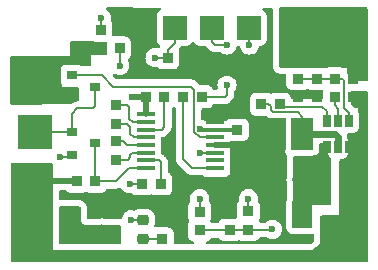
<source format=gbr>
%TF.GenerationSoftware,KiCad,Pcbnew,(6.99.0-2635-gfc1afa6298)*%
%TF.CreationDate,2022-08-07T14:50:01-07:00*%
%TF.ProjectId,seatalk_wifi,73656174-616c-46b5-9f77-6966692e6b69,rev?*%
%TF.SameCoordinates,Original*%
%TF.FileFunction,Copper,L1,Top*%
%TF.FilePolarity,Positive*%
%FSLAX46Y46*%
G04 Gerber Fmt 4.6, Leading zero omitted, Abs format (unit mm)*
G04 Created by KiCad (PCBNEW (6.99.0-2635-gfc1afa6298)) date 2022-08-07 14:50:01*
%MOMM*%
%LPD*%
G01*
G04 APERTURE LIST*
G04 Aperture macros list*
%AMRoundRect*
0 Rectangle with rounded corners*
0 $1 Rounding radius*
0 $2 $3 $4 $5 $6 $7 $8 $9 X,Y pos of 4 corners*
0 Add a 4 corners polygon primitive as box body*
4,1,4,$2,$3,$4,$5,$6,$7,$8,$9,$2,$3,0*
0 Add four circle primitives for the rounded corners*
1,1,$1+$1,$2,$3*
1,1,$1+$1,$4,$5*
1,1,$1+$1,$6,$7*
1,1,$1+$1,$8,$9*
0 Add four rect primitives between the rounded corners*
20,1,$1+$1,$2,$3,$4,$5,0*
20,1,$1+$1,$4,$5,$6,$7,0*
20,1,$1+$1,$6,$7,$8,$9,0*
20,1,$1+$1,$8,$9,$2,$3,0*%
G04 Aperture macros list end*
%TA.AperFunction,SMDPad,CuDef*%
%ADD10R,0.875000X0.950000*%
%TD*%
%TA.AperFunction,SMDPad,CuDef*%
%ADD11RoundRect,0.218750X0.256250X-0.218750X0.256250X0.218750X-0.256250X0.218750X-0.256250X-0.218750X0*%
%TD*%
%TA.AperFunction,SMDPad,CuDef*%
%ADD12R,0.950000X0.875000*%
%TD*%
%TA.AperFunction,SMDPad,CuDef*%
%ADD13R,1.850000X2.800000*%
%TD*%
%TA.AperFunction,SMDPad,CuDef*%
%ADD14R,3.000000X3.000000*%
%TD*%
%TA.AperFunction,SMDPad,CuDef*%
%ADD15R,0.900000X0.800000*%
%TD*%
%TA.AperFunction,SMDPad,CuDef*%
%ADD16R,1.500000X0.450000*%
%TD*%
%TA.AperFunction,SMDPad,CuDef*%
%ADD17R,1.150000X1.400000*%
%TD*%
%TA.AperFunction,SMDPad,CuDef*%
%ADD18R,1.250000X1.750000*%
%TD*%
%TA.AperFunction,SMDPad,CuDef*%
%ADD19R,0.650000X1.060000*%
%TD*%
%TA.AperFunction,SMDPad,CuDef*%
%ADD20R,2.000000X2.000000*%
%TD*%
%TA.AperFunction,ViaPad*%
%ADD21C,0.600000*%
%TD*%
%TA.AperFunction,Conductor*%
%ADD22C,0.350000*%
%TD*%
%TA.AperFunction,Conductor*%
%ADD23C,0.200000*%
%TD*%
%TA.AperFunction,Conductor*%
%ADD24C,0.500000*%
%TD*%
%TA.AperFunction,Conductor*%
%ADD25C,0.600000*%
%TD*%
G04 APERTURE END LIST*
D10*
%TO.P,R4,1*%
%TO.N,/12VFB*%
X151012499Y-95249999D03*
%TO.P,R4,2*%
%TO.N,GND*%
X152587499Y-95249999D03*
%TD*%
D11*
%TO.P,D1,1,A*%
%TO.N,Net-(D1-A)*%
X134800000Y-108787500D03*
%TO.P,D1,2,K*%
%TO.N,/LED*%
X134800000Y-107212500D03*
%TD*%
D10*
%TO.P,R10,1*%
%TO.N,+12V*%
X152587499Y-96809999D03*
%TO.P,R10,2*%
%TO.N,/SW_EN*%
X151012499Y-96809999D03*
%TD*%
D12*
%TO.P,C7,1*%
%TO.N,+3V3*%
X149499999Y-96827499D03*
%TO.P,C7,2*%
%TO.N,/12VFB*%
X149499999Y-95252499D03*
%TD*%
D13*
%TO.P,L1,1,1*%
%TO.N,+3V3*%
X145952199Y-99913299D03*
%TO.P,L1,2,2*%
%TO.N,/SW*%
X148252199Y-99913299D03*
%TD*%
D12*
%TO.P,C9,1*%
%TO.N,/C2P*%
X132486399Y-100532999D03*
%TO.P,C9,2*%
%TO.N,/C2M*%
X132486399Y-102107999D03*
%TD*%
D14*
%TO.P,MK5,1,1*%
%TO.N,/SEATALK1*%
X125628399Y-99771199D03*
%TD*%
D15*
%TO.P,Q1,1,G*%
%TO.N,/TXD*%
X128768599Y-94960399D03*
%TO.P,Q1,2,S*%
%TO.N,GND*%
X128768599Y-96860399D03*
%TO.P,Q1,3,D*%
%TO.N,/SEATALK1*%
X130768599Y-95910399D03*
%TD*%
D12*
%TO.P,R2,1*%
%TO.N,+3V3*%
X136399999Y-107212499D03*
%TO.P,R2,2*%
%TO.N,Net-(D1-A)*%
X136399999Y-108787499D03*
%TD*%
D14*
%TO.P,MK8,1,1*%
%TO.N,GND*%
X125577599Y-95656399D03*
%TD*%
D12*
%TO.P,C1,1*%
%TO.N,/~{RST}*%
X143699999Y-108037499D03*
%TO.P,C1,2*%
%TO.N,GND*%
X143699999Y-106462499D03*
%TD*%
D16*
%TO.P,U3,1,~{EN}*%
%TO.N,GND*%
X135022799Y-98258199D03*
%TO.P,U3,2,C1+*%
%TO.N,/C1P*%
X135022799Y-98908199D03*
%TO.P,U3,3,V+*%
%TO.N,/VP*%
X135022799Y-99558199D03*
%TO.P,U3,4,C1-*%
%TO.N,/C1M*%
X135022799Y-100208199D03*
%TO.P,U3,5,C2+*%
%TO.N,/C2P*%
X135022799Y-100858199D03*
%TO.P,U3,6,C2-*%
%TO.N,/C2M*%
X135022799Y-101508199D03*
%TO.P,U3,7,V-*%
%TO.N,/VM*%
X135022799Y-102158199D03*
%TO.P,U3,8,RIN*%
%TO.N,/RXD*%
X135022799Y-102808199D03*
%TO.P,U3,9,ROUT*%
%TO.N,/ROUT*%
X140922799Y-102808199D03*
%TO.P,U3,10,~{INVALID}*%
%TO.N,unconnected-(U3-~{INVALID})*%
X140922799Y-102158199D03*
%TO.P,U3,11,DIN*%
%TO.N,Net-(U2-GPIO14)*%
X140922799Y-101508199D03*
%TO.P,U3,12,FORCEON*%
%TO.N,+3V3*%
X140922799Y-100858199D03*
%TO.P,U3,13,DOUT*%
%TO.N,/TXD*%
X140922799Y-100208199D03*
%TO.P,U3,14,GND*%
%TO.N,GND*%
X140922799Y-99558199D03*
%TO.P,U3,15,VCC*%
%TO.N,+3V3*%
X140922799Y-98908199D03*
%TO.P,U3,16,~{FORCEOFF}*%
X140922799Y-98258199D03*
%TD*%
D17*
%TO.P,C5,1*%
%TO.N,+3V3*%
X146419999Y-104749999D03*
%TO.P,C5,2*%
%TO.N,GND*%
X148119999Y-104749999D03*
%TD*%
D12*
%TO.P,R11,1*%
%TO.N,/~{RST}*%
X139599999Y-108087499D03*
%TO.P,R11,2*%
%TO.N,Net-(U2-GPIO16)*%
X139599999Y-106512499D03*
%TD*%
D10*
%TO.P,R8,1*%
%TO.N,/UART0_RXD*%
X139776299Y-96773999D03*
%TO.P,R8,2*%
%TO.N,/ROUT*%
X138201299Y-96773999D03*
%TD*%
D18*
%TO.P,C6,1*%
%TO.N,+12V*%
X152723199Y-103513999D03*
%TO.P,C6,2*%
%TO.N,GND*%
X149923199Y-103513999D03*
%TD*%
D10*
%TO.P,C13,1*%
%TO.N,/BST*%
X146387499Y-97409999D03*
%TO.P,C13,2*%
%TO.N,/SW*%
X144812499Y-97409999D03*
%TD*%
%TO.P,R6,1*%
%TO.N,/GPIO15*%
X132816699Y-92659199D03*
%TO.P,R6,2*%
%TO.N,GND*%
X131241699Y-92659199D03*
%TD*%
D12*
%TO.P,C8,1*%
%TO.N,/C1P*%
X132486399Y-97485099D03*
%TO.P,C8,2*%
%TO.N,/C1M*%
X132486399Y-99060099D03*
%TD*%
D10*
%TO.P,C12,1*%
%TO.N,/VP*%
X136601299Y-96773999D03*
%TO.P,C12,2*%
%TO.N,GND*%
X135026299Y-96773999D03*
%TD*%
%TO.P,C11,1*%
%TO.N,/VM*%
X136296499Y-104139999D03*
%TO.P,C11,2*%
%TO.N,GND*%
X134721499Y-104139999D03*
%TD*%
D19*
%TO.P,U1,1,GND*%
%TO.N,GND*%
X150339999Y-101009999D03*
%TO.P,U1,2,SW*%
%TO.N,/SW*%
X151289999Y-101009999D03*
%TO.P,U1,3,VIN*%
%TO.N,+12V*%
X152239999Y-101009999D03*
%TO.P,U1,4,FB*%
%TO.N,/12VFB*%
X152239999Y-98809999D03*
%TO.P,U1,5,EN*%
%TO.N,/SW_EN*%
X151289999Y-98809999D03*
%TO.P,U1,6,BST*%
%TO.N,/BST*%
X150339999Y-98809999D03*
%TD*%
D15*
%TO.P,Q2,1,G*%
%TO.N,/SEATALK1*%
X128768599Y-99769999D03*
%TO.P,Q2,2,S*%
%TO.N,GND*%
X128768599Y-101669999D03*
%TO.P,Q2,3,D*%
%TO.N,/RXD*%
X130768599Y-100719999D03*
%TD*%
D20*
%TO.P,MK4,1,1*%
%TO.N,/UART0_RXD*%
X140591999Y-90931999D03*
%TD*%
D12*
%TO.P,C2,1*%
%TO.N,+3V3*%
X130505199Y-106705299D03*
%TO.P,C2,2*%
%TO.N,GND*%
X130505199Y-108280299D03*
%TD*%
%TO.P,C4,1*%
%TO.N,+3V3*%
X132079999Y-106705299D03*
%TO.P,C4,2*%
%TO.N,GND*%
X132079999Y-108280299D03*
%TD*%
%TO.P,R3,1*%
%TO.N,+3V3*%
X147899999Y-96827499D03*
%TO.P,R3,2*%
%TO.N,/12VFB*%
X147899999Y-95252499D03*
%TD*%
D10*
%TO.P,R7,1*%
%TO.N,+3V3*%
X132816699Y-91135199D03*
%TO.P,R7,2*%
%TO.N,/BOOT*%
X131241699Y-91135199D03*
%TD*%
D12*
%TO.P,C10,1*%
%TO.N,+3V3*%
X142747999Y-97993099D03*
%TO.P,C10,2*%
%TO.N,GND*%
X142747999Y-99568099D03*
%TD*%
D14*
%TO.P,MK1,1,1*%
%TO.N,+12V*%
X151519999Y-108509999D03*
%TD*%
%TO.P,MK2,1,1*%
%TO.N,GND*%
X151499999Y-91539999D03*
%TD*%
%TO.P,MK7,1,1*%
%TO.N,+12V*%
X125628399Y-103936799D03*
%TD*%
D20*
%TO.P,MK3,1,1*%
%TO.N,/UART0_TXD*%
X143741999Y-90931999D03*
%TD*%
D12*
%TO.P,R1,1*%
%TO.N,+3V3*%
X142149999Y-106462499D03*
%TO.P,R1,2*%
%TO.N,/~{RST}*%
X142149999Y-108037499D03*
%TD*%
D10*
%TO.P,R9,1*%
%TO.N,/RXD*%
X130757499Y-103939999D03*
%TO.P,R9,2*%
%TO.N,+12V*%
X129182499Y-103939999D03*
%TD*%
D20*
%TO.P,MK6,1,1*%
%TO.N,/UART1_TXD*%
X137464799Y-90931999D03*
%TD*%
D17*
%TO.P,C3,1*%
%TO.N,+3V3*%
X146419999Y-102779999D03*
%TO.P,C3,2*%
%TO.N,GND*%
X148119999Y-102779999D03*
%TD*%
D10*
%TO.P,R5,1*%
%TO.N,+3V3*%
X138480899Y-93471999D03*
%TO.P,R5,2*%
%TO.N,/UART1_TXD*%
X136905899Y-93471999D03*
%TD*%
D21*
%TO.N,GND*%
X128770000Y-106377200D03*
X128110000Y-107190000D03*
X148560000Y-107560000D03*
X147000000Y-91800000D03*
X147848800Y-106850000D03*
X127762000Y-101879400D03*
X150200000Y-105310000D03*
X148700000Y-89800000D03*
X147000000Y-90800000D03*
X129489200Y-93319600D03*
X148560000Y-106850000D03*
X129489200Y-92506800D03*
X147000000Y-92800000D03*
X147900000Y-93800000D03*
X149400000Y-102000000D03*
X149488800Y-105310000D03*
X143713200Y-105410000D03*
X148700000Y-91800000D03*
X128770000Y-107190000D03*
X148700000Y-90800000D03*
X129410000Y-108770000D03*
X129410000Y-107957200D03*
X147900000Y-92800000D03*
X148700000Y-92800000D03*
X133858000Y-96774000D03*
X147848800Y-107560000D03*
X147900000Y-90800000D03*
X128770000Y-107957284D03*
X148700000Y-93800000D03*
X147000000Y-93800000D03*
X128110000Y-107957284D03*
X139649200Y-99542600D03*
X128110000Y-106377200D03*
X147848800Y-106150000D03*
X147900000Y-91800000D03*
X133654800Y-104140000D03*
X128110000Y-108770084D03*
X147900000Y-89800000D03*
X128770000Y-108770084D03*
X148560000Y-106150000D03*
X147000000Y-89800000D03*
%TO.N,+3V3*%
X140868400Y-105867200D03*
X132000000Y-105500000D03*
X131200000Y-105500000D03*
X132800000Y-105500000D03*
%TO.N,/~{RST}*%
X145745200Y-108000800D03*
%TO.N,/BOOT*%
X131267200Y-90119200D03*
%TO.N,/UART0_RXD*%
X141900000Y-95800000D03*
X141900000Y-92400000D03*
%TO.N,/UART0_TXD*%
X143800000Y-92400000D03*
%TO.N,/LED*%
X133800000Y-107200000D03*
%TO.N,/UART1_TXD*%
X135813800Y-93472000D03*
%TO.N,/GPIO15*%
X132816600Y-94132400D03*
%TO.N,Net-(U2-GPIO14)*%
X139600000Y-101500000D03*
%TO.N,Net-(U2-GPIO16)*%
X139600000Y-105400000D03*
%TD*%
D22*
%TO.N,GND*%
X140922800Y-99558200D02*
X139664800Y-99558200D01*
D23*
X135022800Y-96777500D02*
X135026300Y-96774000D01*
X143700000Y-106462500D02*
X143700000Y-105423200D01*
D22*
X140922800Y-99558200D02*
X142738100Y-99558200D01*
D23*
X128768600Y-101869000D02*
X127772400Y-101869000D01*
X127772400Y-101869000D02*
X127762000Y-101879400D01*
X139664800Y-99558200D02*
X139649200Y-99542600D01*
X142738100Y-99558200D02*
X142748000Y-99568100D01*
X152580000Y-92620000D02*
X151500000Y-91540000D01*
X134721500Y-104140000D02*
X133654800Y-104140000D01*
X143700000Y-105423200D02*
X143713200Y-105410000D01*
D24*
X135026300Y-96774000D02*
X133858000Y-96774000D01*
X135022800Y-98258200D02*
X135022800Y-96777500D01*
%TO.N,+3V3*%
X140922800Y-100858200D02*
X143225400Y-100858200D01*
X144377200Y-102010000D02*
X144259300Y-101892100D01*
X143225400Y-100858200D02*
X144259300Y-101892100D01*
X145147200Y-102780000D02*
X144377200Y-102010000D01*
X146420000Y-102780000D02*
X145147200Y-102780000D01*
D23*
%TO.N,/12VFB*%
X149500000Y-95252500D02*
X151010000Y-95252500D01*
X151800000Y-95400000D02*
X151650000Y-95250000D01*
X151650000Y-95250000D02*
X151012500Y-95250000D01*
X152240000Y-98140000D02*
X151800000Y-97700000D01*
X152240000Y-98810000D02*
X152240000Y-98140000D01*
X151800000Y-97700000D02*
X151800000Y-95400000D01*
X147900000Y-95252500D02*
X149500000Y-95252500D01*
X151010000Y-95252500D02*
X151012500Y-95250000D01*
D24*
%TO.N,+12V*%
X129182500Y-103940000D02*
X127917600Y-103940000D01*
X125628400Y-103936800D02*
X127914400Y-103936800D01*
X127917600Y-103940000D02*
X127914400Y-103936800D01*
D23*
%TO.N,/~{RST}*%
X143700000Y-108037500D02*
X145708500Y-108037500D01*
X142150000Y-108037500D02*
X143700000Y-108037500D01*
X142100000Y-108087500D02*
X142150000Y-108037500D01*
X145708500Y-108037500D02*
X145745200Y-108000800D01*
X139600000Y-108087500D02*
X142100000Y-108087500D01*
%TO.N,/BOOT*%
X131241700Y-90144700D02*
X131267200Y-90119200D01*
X131241700Y-91135200D02*
X131241700Y-90144700D01*
%TO.N,/UART0_RXD*%
X141900000Y-96600000D02*
X141900000Y-95800000D01*
X139776300Y-96774000D02*
X141726000Y-96774000D01*
X141726000Y-96774000D02*
X141900000Y-96600000D01*
X140850000Y-92400000D02*
X141900000Y-92400000D01*
X140592000Y-90932000D02*
X140592000Y-92142000D01*
X140592000Y-92142000D02*
X140850000Y-92400000D01*
%TO.N,/SEATALK1*%
X128768600Y-99770000D02*
X128768600Y-98230600D01*
X130768600Y-97526600D02*
X130530600Y-97764600D01*
X125628400Y-99771200D02*
X128767400Y-99771200D01*
X128768600Y-98230600D02*
X129234600Y-97764600D01*
X128767400Y-99771200D02*
X128768600Y-99770000D01*
X130530600Y-97764600D02*
X129234600Y-97764600D01*
X130768600Y-95910400D02*
X130768600Y-97526600D01*
%TO.N,/C1P*%
X133476900Y-97485100D02*
X133629400Y-97637600D01*
X133909400Y-98908200D02*
X135022800Y-98908200D01*
X133629400Y-98628200D02*
X133909400Y-98908200D01*
X133629400Y-97637600D02*
X133629400Y-98628200D01*
X132486400Y-97485100D02*
X133476900Y-97485100D01*
%TO.N,/C1M*%
X133705600Y-99314000D02*
X133705600Y-99898200D01*
X132486400Y-99060100D02*
X133451700Y-99060100D01*
X133705600Y-99898200D02*
X134015600Y-100208200D01*
X134015600Y-100208200D02*
X135022800Y-100208200D01*
X133451700Y-99060100D02*
X133705600Y-99314000D01*
%TO.N,/UART0_TXD*%
X143800000Y-90990000D02*
X143742000Y-90932000D01*
X143800000Y-92400000D02*
X143800000Y-90990000D01*
%TO.N,/C2P*%
X132486400Y-100533000D02*
X133121200Y-100533000D01*
X133121200Y-100533000D02*
X133446400Y-100858200D01*
X133446400Y-100858200D02*
X135022800Y-100858200D01*
%TO.N,/C2M*%
X132486400Y-102108000D02*
X133527800Y-102108000D01*
X133731000Y-101904800D02*
X133731000Y-101676200D01*
X133527800Y-102108000D02*
X133731000Y-101904800D01*
X133731000Y-101676200D02*
X133899000Y-101508200D01*
X133899000Y-101508200D02*
X135022800Y-101508200D01*
%TO.N,/VM*%
X136118000Y-102158200D02*
X136296500Y-102336700D01*
X135022800Y-102158200D02*
X136118000Y-102158200D01*
X136296500Y-102336700D02*
X136296500Y-104140000D01*
%TO.N,/LED*%
X134800000Y-107212500D02*
X133812500Y-107212500D01*
X133812500Y-107212500D02*
X133800000Y-107200000D01*
%TO.N,/VP*%
X136601300Y-99339300D02*
X136601300Y-96774000D01*
X135022800Y-99558200D02*
X136382400Y-99558200D01*
X136382400Y-99558200D02*
X136601300Y-99339300D01*
%TO.N,/BST*%
X149965000Y-97605000D02*
X150340000Y-97980000D01*
X146682500Y-97605000D02*
X149965000Y-97605000D01*
X150340000Y-97980000D02*
X150340000Y-98810000D01*
X146487500Y-97410000D02*
X146682500Y-97605000D01*
%TO.N,/SW*%
X145410000Y-97410000D02*
X144912500Y-97410000D01*
X147885000Y-98085000D02*
X145785000Y-98085000D01*
D25*
X151290000Y-100151300D02*
X151290000Y-101010000D01*
D23*
X148252200Y-99913300D02*
X148252200Y-98452200D01*
X145600000Y-97900000D02*
X145600000Y-97600000D01*
X145785000Y-98085000D02*
X145600000Y-97900000D01*
D25*
X151036000Y-99897300D02*
X151290000Y-100151300D01*
X148249000Y-99897300D02*
X151036000Y-99897300D01*
D23*
X145600000Y-97600000D02*
X145410000Y-97410000D01*
X148252200Y-98452200D02*
X147885000Y-98085000D01*
%TO.N,Net-(D1-A)*%
X134800000Y-108787500D02*
X136400000Y-108787500D01*
%TO.N,/TXD*%
X139115800Y-99720400D02*
X139603600Y-100208200D01*
X128768600Y-94960400D02*
X131332800Y-94960400D01*
X139115800Y-96189800D02*
X139115800Y-99720400D01*
X132283200Y-95910400D02*
X138836400Y-95910400D01*
X138836400Y-95910400D02*
X139115800Y-96189800D01*
X131332800Y-94960400D02*
X131332800Y-94960000D01*
X139603600Y-100208200D02*
X140922800Y-100208200D01*
X131332800Y-94960000D02*
X132283200Y-95910400D01*
%TO.N,/RXD*%
X130757500Y-103940000D02*
X132483200Y-103940000D01*
X130757500Y-100731100D02*
X130768600Y-100720000D01*
X133615000Y-102808200D02*
X135022800Y-102808200D01*
X130757500Y-103940000D02*
X130757500Y-100731100D01*
X132483200Y-103940000D02*
X133615000Y-102808200D01*
%TO.N,/SW_EN*%
X151300000Y-97800000D02*
X151290000Y-97810000D01*
X151290000Y-97810000D02*
X151290000Y-98810000D01*
X151012500Y-96810000D02*
X151012500Y-97512500D01*
X151012500Y-97512500D02*
X151300000Y-97800000D01*
%TO.N,/UART1_TXD*%
X136905900Y-93472000D02*
X136905900Y-92786300D01*
X137464800Y-92227400D02*
X137464800Y-90932000D01*
X135813800Y-93472000D02*
X136905900Y-93472000D01*
X136905900Y-92786300D02*
X137464800Y-92227400D01*
%TO.N,/GPIO15*%
X132816700Y-92659200D02*
X132816700Y-94132300D01*
X132816700Y-94132300D02*
X132816600Y-94132400D01*
%TO.N,/ROUT*%
X138927000Y-102808200D02*
X140922800Y-102808200D01*
X138201300Y-96774000D02*
X138201300Y-102082500D01*
X138201300Y-102082500D02*
X138927000Y-102808200D01*
%TO.N,Net-(U2-GPIO14)*%
X140922800Y-101508200D02*
X139608200Y-101508200D01*
X139608200Y-101508200D02*
X139600000Y-101500000D01*
%TO.N,Net-(U2-GPIO16)*%
X139600000Y-106512500D02*
X139600000Y-105400000D01*
%TD*%
%TA.AperFunction,Conductor*%
%TO.N,+3V3*%
G36*
X136215960Y-89221693D02*
G01*
X136284046Y-89241809D01*
X136330450Y-89295542D01*
X136340436Y-89365833D01*
X136310836Y-89430364D01*
X136259783Y-89465748D01*
X136227044Y-89477960D01*
X136218596Y-89481111D01*
X136211384Y-89486510D01*
X136211382Y-89486511D01*
X136131899Y-89546012D01*
X136101539Y-89568739D01*
X136096141Y-89575950D01*
X136019313Y-89678580D01*
X136013911Y-89685796D01*
X135962811Y-89822799D01*
X135956300Y-89883362D01*
X135956300Y-91980638D01*
X135962811Y-92041201D01*
X136013911Y-92178204D01*
X136019310Y-92185416D01*
X136019311Y-92185418D01*
X136078812Y-92264901D01*
X136101539Y-92295261D01*
X136194673Y-92364981D01*
X136237219Y-92421814D01*
X136242284Y-92492630D01*
X136208259Y-92554942D01*
X136194672Y-92566715D01*
X136105139Y-92633739D01*
X136099740Y-92640951D01*
X136098024Y-92642667D01*
X136035712Y-92676693D01*
X135994822Y-92678780D01*
X135820829Y-92659176D01*
X135813800Y-92658384D01*
X135806771Y-92659176D01*
X135639781Y-92677991D01*
X135639780Y-92677991D01*
X135632753Y-92678783D01*
X135460785Y-92738957D01*
X135454793Y-92742722D01*
X135317133Y-92829220D01*
X135306519Y-92835889D01*
X135177689Y-92964719D01*
X135173922Y-92970714D01*
X135150179Y-93008501D01*
X135080757Y-93118985D01*
X135020583Y-93290953D01*
X135019791Y-93297980D01*
X135019791Y-93297981D01*
X135003923Y-93438814D01*
X135000184Y-93472000D01*
X135020583Y-93653047D01*
X135080757Y-93825015D01*
X135084522Y-93831007D01*
X135155945Y-93944675D01*
X135177689Y-93979281D01*
X135306519Y-94108111D01*
X135312514Y-94111878D01*
X135441943Y-94193204D01*
X135460785Y-94205043D01*
X135632753Y-94265217D01*
X135639780Y-94266009D01*
X135639781Y-94266009D01*
X135806771Y-94284824D01*
X135813800Y-94285616D01*
X135820829Y-94284824D01*
X135994822Y-94265220D01*
X136064754Y-94277470D01*
X136098024Y-94301333D01*
X136099740Y-94303049D01*
X136105139Y-94310261D01*
X136112350Y-94315659D01*
X136181150Y-94367162D01*
X136222196Y-94397889D01*
X136359199Y-94448989D01*
X136396105Y-94452957D01*
X136416412Y-94455140D01*
X136416415Y-94455140D01*
X136419762Y-94455500D01*
X137392038Y-94455500D01*
X137395385Y-94455140D01*
X137395388Y-94455140D01*
X137415695Y-94452957D01*
X137452601Y-94448989D01*
X137589604Y-94397889D01*
X137630651Y-94367162D01*
X137699450Y-94315659D01*
X137706661Y-94310261D01*
X137783677Y-94207380D01*
X137788889Y-94200418D01*
X137788890Y-94200416D01*
X137794289Y-94193204D01*
X137845389Y-94056201D01*
X137851900Y-93995638D01*
X137851900Y-92948362D01*
X137845389Y-92887799D01*
X137842637Y-92880421D01*
X137842636Y-92880416D01*
X137824669Y-92832245D01*
X137819605Y-92761429D01*
X137853630Y-92699118D01*
X137861026Y-92691722D01*
X137873417Y-92680854D01*
X137892236Y-92666414D01*
X137892237Y-92666413D01*
X137898787Y-92661387D01*
X137903813Y-92654837D01*
X137903816Y-92654834D01*
X137951096Y-92593217D01*
X137991296Y-92540829D01*
X137991297Y-92540827D01*
X137996324Y-92534276D01*
X138002950Y-92518280D01*
X138047498Y-92463001D01*
X138119358Y-92440500D01*
X138513438Y-92440500D01*
X138516785Y-92440140D01*
X138516788Y-92440140D01*
X138537095Y-92437957D01*
X138574001Y-92433989D01*
X138711004Y-92382889D01*
X138828061Y-92295261D01*
X138915689Y-92178204D01*
X138918331Y-92171120D01*
X138968016Y-92121436D01*
X139037391Y-92106346D01*
X139103911Y-92131158D01*
X139138416Y-92170979D01*
X139141111Y-92178204D01*
X139228739Y-92295261D01*
X139345796Y-92382889D01*
X139482799Y-92433989D01*
X139519705Y-92437957D01*
X139540012Y-92440140D01*
X139540015Y-92440140D01*
X139543362Y-92440500D01*
X139991913Y-92440500D01*
X140060034Y-92460502D01*
X140091873Y-92489793D01*
X140133523Y-92544072D01*
X140133526Y-92544075D01*
X140158013Y-92575987D01*
X140164568Y-92581017D01*
X140183379Y-92595452D01*
X140195770Y-92606319D01*
X140385685Y-92796234D01*
X140396552Y-92808625D01*
X140416013Y-92833987D01*
X140422563Y-92839013D01*
X140447925Y-92858474D01*
X140447928Y-92858477D01*
X140518057Y-92912289D01*
X140543124Y-92931524D01*
X140691149Y-92992838D01*
X140699336Y-92993916D01*
X140699337Y-92993916D01*
X140710542Y-92995391D01*
X140741738Y-92999498D01*
X140810115Y-93008500D01*
X140810118Y-93008500D01*
X140810126Y-93008501D01*
X140841811Y-93012672D01*
X140850000Y-93013750D01*
X140881693Y-93009578D01*
X140898136Y-93008500D01*
X141315278Y-93008500D01*
X141383399Y-93028502D01*
X141389452Y-93032844D01*
X141392719Y-93036111D01*
X141546985Y-93133043D01*
X141718953Y-93193217D01*
X141725980Y-93194009D01*
X141725981Y-93194009D01*
X141892971Y-93212824D01*
X141900000Y-93213616D01*
X141907029Y-93212824D01*
X142074019Y-93194009D01*
X142074020Y-93194009D01*
X142081047Y-93193217D01*
X142253015Y-93133043D01*
X142407281Y-93036111D01*
X142536111Y-92907281D01*
X142552992Y-92880416D01*
X142629278Y-92759007D01*
X142633043Y-92753015D01*
X142686419Y-92600475D01*
X142690880Y-92587726D01*
X142690880Y-92587725D01*
X142693217Y-92581047D01*
X142694009Y-92574019D01*
X142696446Y-92552391D01*
X142723951Y-92486938D01*
X142782475Y-92446746D01*
X142821654Y-92440500D01*
X142878346Y-92440500D01*
X142946467Y-92460502D01*
X142992960Y-92514158D01*
X143003554Y-92552391D01*
X143005991Y-92574019D01*
X143006783Y-92581047D01*
X143009120Y-92587725D01*
X143009120Y-92587726D01*
X143013581Y-92600475D01*
X143066957Y-92753015D01*
X143070722Y-92759007D01*
X143147009Y-92880416D01*
X143163889Y-92907281D01*
X143292719Y-93036111D01*
X143446985Y-93133043D01*
X143618953Y-93193217D01*
X143625980Y-93194009D01*
X143625981Y-93194009D01*
X143792971Y-93212824D01*
X143800000Y-93213616D01*
X143807029Y-93212824D01*
X143974019Y-93194009D01*
X143974020Y-93194009D01*
X143981047Y-93193217D01*
X144153015Y-93133043D01*
X144307281Y-93036111D01*
X144436111Y-92907281D01*
X144452992Y-92880416D01*
X144529278Y-92759007D01*
X144533043Y-92753015D01*
X144586419Y-92600475D01*
X144590880Y-92587726D01*
X144590880Y-92587725D01*
X144593217Y-92581047D01*
X144594009Y-92574019D01*
X144596446Y-92552391D01*
X144623951Y-92486938D01*
X144682475Y-92446746D01*
X144721654Y-92440500D01*
X144790638Y-92440500D01*
X144793985Y-92440140D01*
X144793988Y-92440140D01*
X144814295Y-92437957D01*
X144851201Y-92433989D01*
X144988204Y-92382889D01*
X145105261Y-92295261D01*
X145127988Y-92264901D01*
X145187489Y-92185418D01*
X145187490Y-92185416D01*
X145192889Y-92178204D01*
X145243989Y-92041201D01*
X145250500Y-91980638D01*
X145250500Y-89883362D01*
X145243989Y-89822799D01*
X145192889Y-89685796D01*
X145187488Y-89678580D01*
X145110659Y-89575950D01*
X145105261Y-89568739D01*
X145074901Y-89546012D01*
X144995418Y-89486511D01*
X144995416Y-89486510D01*
X144988204Y-89481111D01*
X144979764Y-89477963D01*
X144971849Y-89473641D01*
X144973437Y-89470732D01*
X144929570Y-89437893D01*
X144904759Y-89371372D01*
X144919851Y-89301998D01*
X144970053Y-89251796D01*
X145030646Y-89236384D01*
X145660712Y-89237435D01*
X145728797Y-89257550D01*
X145775201Y-89311283D01*
X145786500Y-89363434D01*
X145786500Y-94188800D01*
X145786860Y-94192146D01*
X145786860Y-94192151D01*
X145792433Y-94243985D01*
X145798234Y-94297949D01*
X145798952Y-94301249D01*
X145798952Y-94301250D01*
X145808741Y-94346249D01*
X145809620Y-94350291D01*
X145844290Y-94454457D01*
X145923308Y-94577412D01*
X145969801Y-94631068D01*
X145973194Y-94634008D01*
X146073450Y-94720881D01*
X146073453Y-94720883D01*
X146080261Y-94726782D01*
X146213210Y-94787498D01*
X146236964Y-94794473D01*
X146277008Y-94806231D01*
X146277012Y-94806232D01*
X146281331Y-94807500D01*
X146285780Y-94808140D01*
X146285786Y-94808141D01*
X146421553Y-94827661D01*
X146421558Y-94827661D01*
X146426000Y-94828300D01*
X146790500Y-94828300D01*
X146858621Y-94848302D01*
X146905114Y-94901958D01*
X146916500Y-94954300D01*
X146916500Y-95738638D01*
X146923011Y-95799201D01*
X146974111Y-95936204D01*
X147061739Y-96053261D01*
X147068950Y-96058659D01*
X147168971Y-96133534D01*
X147178796Y-96140889D01*
X147315799Y-96191989D01*
X147352705Y-96195957D01*
X147373012Y-96198140D01*
X147373015Y-96198140D01*
X147376362Y-96198500D01*
X148423638Y-96198500D01*
X148426985Y-96198140D01*
X148426988Y-96198140D01*
X148447295Y-96195957D01*
X148484201Y-96191989D01*
X148621204Y-96140889D01*
X148628418Y-96135488D01*
X148636325Y-96131171D01*
X148637615Y-96133534D01*
X148691002Y-96113618D01*
X148760377Y-96128704D01*
X148767277Y-96133138D01*
X148771582Y-96135489D01*
X148778796Y-96140889D01*
X148915799Y-96191989D01*
X148952705Y-96195957D01*
X148973012Y-96198140D01*
X148973015Y-96198140D01*
X148976362Y-96198500D01*
X149940500Y-96198500D01*
X150008621Y-96218502D01*
X150055114Y-96272158D01*
X150066500Y-96324500D01*
X150066500Y-96867388D01*
X150046498Y-96935509D01*
X149992842Y-96982002D01*
X149956948Y-96992310D01*
X149933305Y-96995422D01*
X149916864Y-96996500D01*
X147458521Y-96996500D01*
X147390400Y-96976498D01*
X147343907Y-96922842D01*
X147333243Y-96883969D01*
X147327831Y-96833632D01*
X147326989Y-96825799D01*
X147275889Y-96688796D01*
X147239276Y-96639886D01*
X147193659Y-96578950D01*
X147188261Y-96571739D01*
X147117677Y-96518900D01*
X147078418Y-96489511D01*
X147078416Y-96489510D01*
X147071204Y-96484111D01*
X146934201Y-96433011D01*
X146897295Y-96429043D01*
X146876988Y-96426860D01*
X146876985Y-96426860D01*
X146873638Y-96426500D01*
X145901362Y-96426500D01*
X145898015Y-96426860D01*
X145898012Y-96426860D01*
X145877705Y-96429043D01*
X145840799Y-96433011D01*
X145703796Y-96484111D01*
X145682812Y-96499820D01*
X145675508Y-96505287D01*
X145608988Y-96530097D01*
X145539614Y-96515005D01*
X145524492Y-96505287D01*
X145517188Y-96499820D01*
X145496204Y-96484111D01*
X145359201Y-96433011D01*
X145322295Y-96429043D01*
X145301988Y-96426860D01*
X145301985Y-96426860D01*
X145298638Y-96426500D01*
X144326362Y-96426500D01*
X144323015Y-96426860D01*
X144323012Y-96426860D01*
X144302705Y-96429043D01*
X144265799Y-96433011D01*
X144128796Y-96484111D01*
X144121584Y-96489510D01*
X144121582Y-96489511D01*
X144082323Y-96518900D01*
X144011739Y-96571739D01*
X144006341Y-96578950D01*
X143960725Y-96639886D01*
X143924111Y-96688796D01*
X143873011Y-96825799D01*
X143872169Y-96833632D01*
X143872169Y-96833633D01*
X143867329Y-96878655D01*
X143866500Y-96886362D01*
X143866500Y-97933638D01*
X143866860Y-97936985D01*
X143866860Y-97936988D01*
X143867945Y-97947078D01*
X143873011Y-97994201D01*
X143924111Y-98131204D01*
X143929510Y-98138416D01*
X143929511Y-98138418D01*
X143968660Y-98190715D01*
X144011739Y-98248261D01*
X144041420Y-98270480D01*
X144079898Y-98299284D01*
X144128796Y-98335889D01*
X144265799Y-98386989D01*
X144302705Y-98390957D01*
X144323012Y-98393140D01*
X144323015Y-98393140D01*
X144326362Y-98393500D01*
X145180761Y-98393500D01*
X145248882Y-98413502D01*
X145269856Y-98430405D01*
X145320685Y-98481234D01*
X145331552Y-98493625D01*
X145351013Y-98518987D01*
X145357563Y-98524013D01*
X145382921Y-98543471D01*
X145382937Y-98543485D01*
X145422656Y-98573962D01*
X145478124Y-98616524D01*
X145552137Y-98647181D01*
X145618520Y-98674678D01*
X145618523Y-98674679D01*
X145626150Y-98677838D01*
X145785000Y-98698751D01*
X145816699Y-98694578D01*
X145833144Y-98693500D01*
X146692700Y-98693500D01*
X146760821Y-98713502D01*
X146807314Y-98767158D01*
X146818700Y-98819500D01*
X146818700Y-101361938D01*
X146819060Y-101365285D01*
X146819060Y-101365288D01*
X146819843Y-101372567D01*
X146825211Y-101422501D01*
X146876311Y-101559504D01*
X146881710Y-101566716D01*
X146881711Y-101566718D01*
X146912421Y-101607741D01*
X146963939Y-101676561D01*
X146970677Y-101681605D01*
X147004557Y-101743656D01*
X147005014Y-101795019D01*
X146988430Y-101878383D01*
X146984953Y-101943225D01*
X146987520Y-101943363D01*
X146988879Y-101957159D01*
X146986431Y-102025688D01*
X146987364Y-102034364D01*
X146989278Y-102052170D01*
X146990000Y-102065638D01*
X146990000Y-103456366D01*
X146982056Y-103500397D01*
X146966719Y-103541518D01*
X146966374Y-103542554D01*
X146966365Y-103542580D01*
X146959358Y-103563633D01*
X146955151Y-103576273D01*
X146950085Y-103593523D01*
X146941010Y-103629073D01*
X146930586Y-103774858D01*
X146935652Y-103845674D01*
X146966719Y-103988482D01*
X146968288Y-103992689D01*
X146968289Y-103992692D01*
X146982056Y-104029601D01*
X146990000Y-104073634D01*
X146990000Y-105426367D01*
X146982055Y-105470400D01*
X146964766Y-105516753D01*
X146964756Y-105516749D01*
X146963815Y-105520896D01*
X146940910Y-105579109D01*
X146940905Y-105579126D01*
X146939466Y-105582782D01*
X146924052Y-105643170D01*
X146923562Y-105647068D01*
X146923562Y-105647070D01*
X146912251Y-105737125D01*
X146908100Y-105770169D01*
X146908100Y-107766400D01*
X146908460Y-107769746D01*
X146908460Y-107769751D01*
X146917170Y-107850764D01*
X146919834Y-107875549D01*
X146931220Y-107927891D01*
X146965890Y-108032057D01*
X147044908Y-108155012D01*
X147047850Y-108158407D01*
X147047852Y-108158410D01*
X147073947Y-108188525D01*
X147091401Y-108208668D01*
X147094794Y-108211608D01*
X147195050Y-108298481D01*
X147195053Y-108298483D01*
X147201861Y-108304382D01*
X147334810Y-108365098D01*
X147358564Y-108372073D01*
X147398608Y-108383831D01*
X147398612Y-108383832D01*
X147402931Y-108385100D01*
X147407380Y-108385740D01*
X147407386Y-108385741D01*
X147543153Y-108405261D01*
X147543158Y-108405261D01*
X147547600Y-108405900D01*
X148964000Y-108405900D01*
X148967346Y-108405540D01*
X148967351Y-108405540D01*
X149069785Y-108394528D01*
X149069792Y-108394527D01*
X149073149Y-108394166D01*
X149100428Y-108388232D01*
X149123718Y-108383166D01*
X149194533Y-108388232D01*
X149251369Y-108430779D01*
X149276179Y-108497299D01*
X149276500Y-108506287D01*
X149276500Y-108952641D01*
X149256498Y-109020762D01*
X149226703Y-109052986D01*
X148980777Y-109239743D01*
X148914429Y-109265012D01*
X148904631Y-109265398D01*
X140232857Y-109269342D01*
X140164727Y-109249371D01*
X140118210Y-109195736D01*
X140108074Y-109125467D01*
X140137538Y-109060873D01*
X140188767Y-109025286D01*
X140215889Y-109015170D01*
X140321204Y-108975889D01*
X140383790Y-108929038D01*
X140431050Y-108893659D01*
X140438261Y-108888261D01*
X140494134Y-108813624D01*
X140520489Y-108778418D01*
X140520490Y-108778416D01*
X140525889Y-108771204D01*
X140529039Y-108762759D01*
X140529663Y-108761616D01*
X140579865Y-108711413D01*
X140640251Y-108696000D01*
X141142173Y-108696000D01*
X141210294Y-108716002D01*
X141243040Y-108746490D01*
X141311739Y-108838261D01*
X141318950Y-108843659D01*
X141411492Y-108912935D01*
X141428796Y-108925889D01*
X141565799Y-108976989D01*
X141602705Y-108980957D01*
X141623012Y-108983140D01*
X141623015Y-108983140D01*
X141626362Y-108983500D01*
X142673638Y-108983500D01*
X142676985Y-108983140D01*
X142676988Y-108983140D01*
X142697295Y-108980957D01*
X142734201Y-108976989D01*
X142812566Y-108947760D01*
X142862762Y-108929038D01*
X142862764Y-108929037D01*
X142871204Y-108925889D01*
X142871447Y-108926540D01*
X142933989Y-108912935D01*
X142978728Y-108926071D01*
X142978796Y-108925889D01*
X142981345Y-108926840D01*
X142981348Y-108926841D01*
X142987236Y-108929037D01*
X142987238Y-108929038D01*
X143037434Y-108947760D01*
X143115799Y-108976989D01*
X143152705Y-108980957D01*
X143173012Y-108983140D01*
X143173015Y-108983140D01*
X143176362Y-108983500D01*
X144223638Y-108983500D01*
X144226985Y-108983140D01*
X144226988Y-108983140D01*
X144247295Y-108980957D01*
X144284201Y-108976989D01*
X144421204Y-108925889D01*
X144438509Y-108912935D01*
X144531050Y-108843659D01*
X144538261Y-108838261D01*
X144583059Y-108778418D01*
X144620489Y-108728418D01*
X144620490Y-108728416D01*
X144625889Y-108721204D01*
X144629039Y-108712759D01*
X144629663Y-108711616D01*
X144679865Y-108661413D01*
X144740251Y-108646000D01*
X145216084Y-108646000D01*
X145283121Y-108665313D01*
X145392185Y-108733843D01*
X145564153Y-108794017D01*
X145571180Y-108794809D01*
X145571181Y-108794809D01*
X145738171Y-108813624D01*
X145745200Y-108814416D01*
X145752229Y-108813624D01*
X145919219Y-108794809D01*
X145919220Y-108794809D01*
X145926247Y-108794017D01*
X146098215Y-108733843D01*
X146207280Y-108665313D01*
X146246486Y-108640678D01*
X146252481Y-108636911D01*
X146381311Y-108508081D01*
X146459801Y-108383166D01*
X146474478Y-108359807D01*
X146478243Y-108353815D01*
X146538417Y-108181847D01*
X146558816Y-108000800D01*
X146550601Y-107927891D01*
X146539209Y-107826781D01*
X146539209Y-107826780D01*
X146538417Y-107819753D01*
X146478243Y-107647785D01*
X146449073Y-107601362D01*
X146385078Y-107499514D01*
X146381311Y-107493519D01*
X146252481Y-107364689D01*
X146098215Y-107267757D01*
X145926247Y-107207583D01*
X145919220Y-107206791D01*
X145919219Y-107206791D01*
X145752229Y-107187976D01*
X145745200Y-107187184D01*
X145738171Y-107187976D01*
X145571181Y-107206791D01*
X145571180Y-107206791D01*
X145564153Y-107207583D01*
X145392185Y-107267757D01*
X145237919Y-107364689D01*
X145210513Y-107392095D01*
X145148201Y-107426121D01*
X145121418Y-107429000D01*
X144740251Y-107429000D01*
X144672130Y-107408998D01*
X144629663Y-107363384D01*
X144629039Y-107362241D01*
X144625889Y-107353796D01*
X144604713Y-107325508D01*
X144579903Y-107258988D01*
X144594995Y-107189614D01*
X144604713Y-107174492D01*
X144620489Y-107153417D01*
X144625889Y-107146204D01*
X144676989Y-107009201D01*
X144682777Y-106955361D01*
X144683140Y-106951988D01*
X144683141Y-106951976D01*
X144683500Y-106948638D01*
X144683500Y-105976362D01*
X144676989Y-105915799D01*
X144625889Y-105778796D01*
X144594695Y-105737125D01*
X144538261Y-105661739D01*
X144539796Y-105660590D01*
X144511180Y-105608185D01*
X144509093Y-105567294D01*
X144510292Y-105556659D01*
X144526816Y-105410000D01*
X144506417Y-105228953D01*
X144446243Y-105056985D01*
X144358807Y-104917831D01*
X144353078Y-104908714D01*
X144349311Y-104902719D01*
X144220481Y-104773889D01*
X144128936Y-104716367D01*
X144072207Y-104680722D01*
X144066215Y-104676957D01*
X143894247Y-104616783D01*
X143887220Y-104615991D01*
X143887219Y-104615991D01*
X143720229Y-104597176D01*
X143713200Y-104596384D01*
X143706171Y-104597176D01*
X143539181Y-104615991D01*
X143539180Y-104615991D01*
X143532153Y-104616783D01*
X143360185Y-104676957D01*
X143354193Y-104680722D01*
X143297465Y-104716367D01*
X143205919Y-104773889D01*
X143077089Y-104902719D01*
X143073322Y-104908714D01*
X143067593Y-104917831D01*
X142980157Y-105056985D01*
X142919983Y-105228953D01*
X142899584Y-105410000D01*
X142912614Y-105525640D01*
X142914717Y-105544308D01*
X142902468Y-105614240D01*
X142873928Y-105648569D01*
X142875325Y-105649966D01*
X142868950Y-105656341D01*
X142861739Y-105661739D01*
X142856341Y-105668950D01*
X142805306Y-105737125D01*
X142774111Y-105778796D01*
X142723011Y-105915799D01*
X142716500Y-105976362D01*
X142716500Y-106948638D01*
X142716865Y-106952029D01*
X142716863Y-106952039D01*
X142717041Y-106955361D01*
X142716256Y-106955403D01*
X142704261Y-107021896D01*
X142655884Y-107073860D01*
X142591587Y-107091500D01*
X141626362Y-107091500D01*
X141623015Y-107091860D01*
X141623012Y-107091860D01*
X141602705Y-107094043D01*
X141565799Y-107098011D01*
X141428796Y-107149111D01*
X141421584Y-107154510D01*
X141421582Y-107154511D01*
X141374690Y-107189614D01*
X141311739Y-107236739D01*
X141306341Y-107243950D01*
X141229511Y-107346582D01*
X141229510Y-107346584D01*
X141224111Y-107353796D01*
X141220961Y-107362240D01*
X141220961Y-107362241D01*
X141207983Y-107397034D01*
X141165436Y-107453869D01*
X141098916Y-107478679D01*
X141089928Y-107479000D01*
X140640251Y-107479000D01*
X140572130Y-107458998D01*
X140529663Y-107413384D01*
X140529037Y-107412237D01*
X140525889Y-107403796D01*
X140504713Y-107375508D01*
X140479903Y-107308988D01*
X140494995Y-107239614D01*
X140504713Y-107224492D01*
X140515621Y-107209920D01*
X140525889Y-107196204D01*
X140576989Y-107059201D01*
X140583500Y-106998638D01*
X140583500Y-106026362D01*
X140576989Y-105965799D01*
X140525889Y-105828796D01*
X140497723Y-105791170D01*
X140443659Y-105718950D01*
X140438261Y-105711739D01*
X140431050Y-105706341D01*
X140425544Y-105700835D01*
X140391518Y-105638523D01*
X140391792Y-105585120D01*
X140393217Y-105581047D01*
X140397357Y-105544308D01*
X140412824Y-105407029D01*
X140413616Y-105400000D01*
X140393217Y-105218953D01*
X140333043Y-105046985D01*
X140246161Y-104908714D01*
X140239878Y-104898714D01*
X140236111Y-104892719D01*
X140107281Y-104763889D01*
X139999479Y-104696152D01*
X139959007Y-104670722D01*
X139953015Y-104666957D01*
X139781047Y-104606783D01*
X139774020Y-104605991D01*
X139774019Y-104605991D01*
X139607029Y-104587176D01*
X139600000Y-104586384D01*
X139592971Y-104587176D01*
X139425981Y-104605991D01*
X139425980Y-104605991D01*
X139418953Y-104606783D01*
X139246985Y-104666957D01*
X139240993Y-104670722D01*
X139200522Y-104696152D01*
X139092719Y-104763889D01*
X138963889Y-104892719D01*
X138960122Y-104898714D01*
X138953839Y-104908714D01*
X138866957Y-105046985D01*
X138806783Y-105218953D01*
X138786384Y-105400000D01*
X138787176Y-105407029D01*
X138802644Y-105544308D01*
X138806783Y-105581047D01*
X138808128Y-105584891D01*
X138803861Y-105654564D01*
X138774456Y-105700835D01*
X138768950Y-105706341D01*
X138761739Y-105711739D01*
X138756341Y-105718950D01*
X138702278Y-105791170D01*
X138674111Y-105828796D01*
X138623011Y-105965799D01*
X138616500Y-106026362D01*
X138616500Y-106998638D01*
X138623011Y-107059201D01*
X138674111Y-107196204D01*
X138684379Y-107209920D01*
X138695287Y-107224492D01*
X138720097Y-107291012D01*
X138705005Y-107360386D01*
X138695287Y-107375508D01*
X138674111Y-107403796D01*
X138623011Y-107540799D01*
X138616500Y-107601362D01*
X138616500Y-108573638D01*
X138623011Y-108634201D01*
X138674111Y-108771204D01*
X138679510Y-108778416D01*
X138679511Y-108778418D01*
X138705866Y-108813624D01*
X138761739Y-108888261D01*
X138768950Y-108893659D01*
X138816211Y-108929038D01*
X138878796Y-108975889D01*
X138999104Y-109020762D01*
X139012775Y-109025861D01*
X139069610Y-109068408D01*
X139094421Y-109134929D01*
X139079329Y-109204303D01*
X139029127Y-109254505D01*
X138968799Y-109269917D01*
X138892713Y-109269952D01*
X137509556Y-109270581D01*
X137441427Y-109250610D01*
X137394910Y-109196975D01*
X137383500Y-109144581D01*
X137383500Y-108301362D01*
X137376989Y-108240799D01*
X137325889Y-108103796D01*
X137238261Y-107986739D01*
X137163911Y-107931081D01*
X137128418Y-107904511D01*
X137128416Y-107904510D01*
X137121204Y-107899111D01*
X136984201Y-107848011D01*
X136947295Y-107844043D01*
X136926988Y-107841860D01*
X136926985Y-107841860D01*
X136923638Y-107841500D01*
X135876362Y-107841500D01*
X135873011Y-107841860D01*
X135869639Y-107842041D01*
X135869580Y-107840934D01*
X135804208Y-107829136D01*
X135752249Y-107780755D01*
X135734695Y-107711963D01*
X135741010Y-107676834D01*
X135771161Y-107585845D01*
X135771163Y-107585835D01*
X135773324Y-107579314D01*
X135781477Y-107499514D01*
X135783175Y-107482895D01*
X135783175Y-107482889D01*
X135783500Y-107479711D01*
X135783499Y-106945290D01*
X135773324Y-106845686D01*
X135719849Y-106684308D01*
X135630600Y-106539613D01*
X135510387Y-106419400D01*
X135485537Y-106404072D01*
X135371934Y-106334001D01*
X135371933Y-106334001D01*
X135365692Y-106330151D01*
X135204314Y-106276676D01*
X135145720Y-106270690D01*
X135107895Y-106266825D01*
X135107889Y-106266825D01*
X135104711Y-106266500D01*
X134800048Y-106266500D01*
X134495290Y-106266501D01*
X134492113Y-106266826D01*
X134492104Y-106266826D01*
X134423914Y-106273792D01*
X134395686Y-106276676D01*
X134234308Y-106330151D01*
X134143141Y-106386384D01*
X134114464Y-106404072D01*
X134045985Y-106422809D01*
X134006702Y-106415760D01*
X134006090Y-106415546D01*
X133981047Y-106406783D01*
X133974020Y-106405991D01*
X133974019Y-106405991D01*
X133807029Y-106387176D01*
X133800000Y-106386384D01*
X133792971Y-106387176D01*
X133625981Y-106405991D01*
X133625980Y-106405991D01*
X133618953Y-106406783D01*
X133446985Y-106466957D01*
X133440993Y-106470722D01*
X133339619Y-106534420D01*
X133292719Y-106563889D01*
X133163889Y-106692719D01*
X133066957Y-106846985D01*
X133064620Y-106853665D01*
X133012937Y-107001367D01*
X133006783Y-107018953D01*
X133006776Y-107019015D01*
X132973479Y-107078544D01*
X132910824Y-107111933D01*
X132876308Y-107114225D01*
X132756949Y-107105688D01*
X132686133Y-107110753D01*
X132681730Y-107111711D01*
X132681729Y-107111711D01*
X132575040Y-107134920D01*
X132548257Y-107137800D01*
X131628633Y-107137800D01*
X131584600Y-107129855D01*
X131538247Y-107112566D01*
X131538359Y-107112265D01*
X131524548Y-107108739D01*
X131511193Y-107102640D01*
X131497034Y-107096174D01*
X131446259Y-107081265D01*
X131442943Y-107080667D01*
X131442940Y-107080666D01*
X131345969Y-107063171D01*
X131338215Y-107061772D01*
X131330357Y-107062334D01*
X131330356Y-107062334D01*
X131196917Y-107071879D01*
X131196916Y-107071879D01*
X131192430Y-107072200D01*
X131123590Y-107087176D01*
X131121460Y-107087801D01*
X131121446Y-107087805D01*
X131059781Y-107105912D01*
X131059779Y-107105913D01*
X131053301Y-107107815D01*
X131047373Y-107111052D01*
X131047252Y-107111102D01*
X131031093Y-107118482D01*
X131000596Y-107129857D01*
X130956567Y-107137800D01*
X130161200Y-107137800D01*
X130093079Y-107117798D01*
X130046586Y-107064142D01*
X130035200Y-107011800D01*
X130035200Y-106246683D01*
X130036271Y-106246683D01*
X130035810Y-106244339D01*
X130035451Y-106244349D01*
X130035394Y-106242223D01*
X130035245Y-106236657D01*
X130035200Y-106233285D01*
X130035200Y-106219162D01*
X130039317Y-106219162D01*
X130039317Y-106219040D01*
X130034776Y-106219162D01*
X130031893Y-106111537D01*
X130031893Y-106111533D01*
X130031780Y-106107328D01*
X130021116Y-106041519D01*
X130000335Y-105973012D01*
X129983859Y-105918698D01*
X129983857Y-105918695D01*
X129981324Y-105910343D01*
X129902306Y-105787388D01*
X129855813Y-105733732D01*
X129817848Y-105700835D01*
X129752164Y-105643919D01*
X129752161Y-105643917D01*
X129745353Y-105638018D01*
X129612404Y-105577302D01*
X129578320Y-105567294D01*
X129548606Y-105558569D01*
X129548602Y-105558568D01*
X129544283Y-105557300D01*
X129539834Y-105556660D01*
X129539828Y-105556659D01*
X129404061Y-105537139D01*
X129404056Y-105537139D01*
X129399614Y-105536500D01*
X127805494Y-105536500D01*
X127802179Y-105536853D01*
X127802161Y-105536854D01*
X127788444Y-105538315D01*
X127718588Y-105525640D01*
X127666674Y-105477210D01*
X127649100Y-105413024D01*
X127649100Y-104821300D01*
X127669102Y-104753179D01*
X127722758Y-104706686D01*
X127775100Y-104695300D01*
X127801564Y-104695300D01*
X127816191Y-104696152D01*
X127821806Y-104696808D01*
X127828944Y-104698500D01*
X127836281Y-104698500D01*
X127839626Y-104698891D01*
X127840055Y-104698960D01*
X127840486Y-104698979D01*
X127843853Y-104699273D01*
X127851042Y-104700758D01*
X127926824Y-104698553D01*
X127930488Y-104698500D01*
X128258960Y-104698500D01*
X128327081Y-104718502D01*
X128359828Y-104748991D01*
X128381739Y-104778261D01*
X128388950Y-104783659D01*
X128481262Y-104852763D01*
X128498796Y-104865889D01*
X128635799Y-104916989D01*
X128672705Y-104920957D01*
X128693012Y-104923140D01*
X128693015Y-104923140D01*
X128696362Y-104923500D01*
X129668638Y-104923500D01*
X129671985Y-104923140D01*
X129671988Y-104923140D01*
X129692295Y-104920957D01*
X129729201Y-104916989D01*
X129866204Y-104865889D01*
X129894491Y-104844713D01*
X129961012Y-104819903D01*
X130030386Y-104834995D01*
X130045508Y-104844713D01*
X130073796Y-104865889D01*
X130210799Y-104916989D01*
X130247705Y-104920957D01*
X130268012Y-104923140D01*
X130268015Y-104923140D01*
X130271362Y-104923500D01*
X131243638Y-104923500D01*
X131246985Y-104923140D01*
X131246988Y-104923140D01*
X131267295Y-104920957D01*
X131304201Y-104916989D01*
X131441204Y-104865889D01*
X131458739Y-104852763D01*
X131551050Y-104783659D01*
X131558261Y-104778261D01*
X131602996Y-104718502D01*
X131640487Y-104668421D01*
X131640489Y-104668418D01*
X131645889Y-104661204D01*
X131657353Y-104630467D01*
X131699898Y-104573632D01*
X131766418Y-104548821D01*
X131775408Y-104548500D01*
X132435064Y-104548500D01*
X132451507Y-104549578D01*
X132483200Y-104553750D01*
X132491389Y-104552672D01*
X132523074Y-104548501D01*
X132523084Y-104548500D01*
X132523085Y-104548500D01*
X132622657Y-104535391D01*
X132633864Y-104533916D01*
X132633866Y-104533915D01*
X132642051Y-104532838D01*
X132738192Y-104493015D01*
X132785550Y-104473399D01*
X132856140Y-104465810D01*
X132919627Y-104497589D01*
X132940453Y-104522770D01*
X133018689Y-104647281D01*
X133147519Y-104776111D01*
X133153514Y-104779878D01*
X133295793Y-104869278D01*
X133301785Y-104873043D01*
X133473753Y-104933217D01*
X133480780Y-104934009D01*
X133480781Y-104934009D01*
X133647771Y-104952824D01*
X133654800Y-104953616D01*
X133661829Y-104952824D01*
X133812993Y-104935792D01*
X133882924Y-104948041D01*
X133915730Y-104971570D01*
X133920739Y-104978261D01*
X133927953Y-104983661D01*
X134025902Y-105056985D01*
X134037796Y-105065889D01*
X134174799Y-105116989D01*
X134211705Y-105120957D01*
X134232012Y-105123140D01*
X134232015Y-105123140D01*
X134235362Y-105123500D01*
X135207638Y-105123500D01*
X135210985Y-105123140D01*
X135210988Y-105123140D01*
X135231295Y-105120957D01*
X135268201Y-105116989D01*
X135405204Y-105065889D01*
X135433491Y-105044713D01*
X135500012Y-105019903D01*
X135569386Y-105034995D01*
X135584508Y-105044713D01*
X135612796Y-105065889D01*
X135749799Y-105116989D01*
X135786705Y-105120957D01*
X135807012Y-105123140D01*
X135807015Y-105123140D01*
X135810362Y-105123500D01*
X136782638Y-105123500D01*
X136785985Y-105123140D01*
X136785988Y-105123140D01*
X136806295Y-105120957D01*
X136843201Y-105116989D01*
X136980204Y-105065889D01*
X136992099Y-105056985D01*
X137090050Y-104983659D01*
X137097261Y-104978261D01*
X137138524Y-104923140D01*
X137179489Y-104868418D01*
X137179490Y-104868416D01*
X137184889Y-104861204D01*
X137235989Y-104724201D01*
X137241319Y-104674620D01*
X137242140Y-104666988D01*
X137242140Y-104666985D01*
X137242500Y-104663638D01*
X137242500Y-103616362D01*
X137235989Y-103555799D01*
X137184889Y-103418796D01*
X137172403Y-103402116D01*
X137117385Y-103328621D01*
X137097261Y-103301739D01*
X137053654Y-103269095D01*
X136987418Y-103219511D01*
X136987416Y-103219510D01*
X136980204Y-103214111D01*
X136971759Y-103210961D01*
X136970616Y-103210337D01*
X136920413Y-103160135D01*
X136905000Y-103099749D01*
X136905000Y-102384836D01*
X136906078Y-102368390D01*
X136909172Y-102344888D01*
X136910250Y-102336700D01*
X136908502Y-102323418D01*
X136905000Y-102296820D01*
X136905000Y-102296815D01*
X136891391Y-102193441D01*
X136891390Y-102193439D01*
X136889338Y-102177850D01*
X136889338Y-102177849D01*
X136828024Y-102029824D01*
X136821398Y-102021188D01*
X136754983Y-101934636D01*
X136754977Y-101934628D01*
X136754974Y-101934625D01*
X136730487Y-101902713D01*
X136723932Y-101897683D01*
X136705121Y-101883248D01*
X136692730Y-101872381D01*
X136582315Y-101761966D01*
X136571448Y-101749575D01*
X136557013Y-101730763D01*
X136551987Y-101724213D01*
X136520075Y-101699726D01*
X136520072Y-101699723D01*
X136431429Y-101631704D01*
X136431427Y-101631703D01*
X136424876Y-101626676D01*
X136379163Y-101607741D01*
X136359082Y-101599423D01*
X136303801Y-101554874D01*
X136281300Y-101483014D01*
X136281300Y-101234562D01*
X136277226Y-101196668D01*
X136277226Y-101169731D01*
X136279672Y-101146985D01*
X136281300Y-101131838D01*
X136281300Y-100584562D01*
X136277226Y-100546668D01*
X136277226Y-100519731D01*
X136280940Y-100485186D01*
X136281300Y-100481838D01*
X136281300Y-100295759D01*
X136301302Y-100227638D01*
X136354958Y-100181145D01*
X136390855Y-100170837D01*
X136422274Y-100166701D01*
X136422284Y-100166700D01*
X136422285Y-100166700D01*
X136521857Y-100153591D01*
X136533064Y-100152116D01*
X136533066Y-100152115D01*
X136541251Y-100151038D01*
X136689276Y-100089724D01*
X136739913Y-100050869D01*
X136784472Y-100016677D01*
X136784475Y-100016674D01*
X136809837Y-99997213D01*
X136816387Y-99992187D01*
X136835858Y-99966813D01*
X136846716Y-99954433D01*
X136997534Y-99803615D01*
X137009925Y-99792748D01*
X137028737Y-99778313D01*
X137035287Y-99773287D01*
X137059774Y-99741375D01*
X137059780Y-99741369D01*
X137115617Y-99668600D01*
X137127795Y-99652729D01*
X137132824Y-99646175D01*
X137194138Y-99498150D01*
X137209800Y-99379185D01*
X137209800Y-99379178D01*
X137215050Y-99339300D01*
X137210878Y-99307607D01*
X137209800Y-99291164D01*
X137209800Y-97814251D01*
X137229802Y-97746130D01*
X137275416Y-97703663D01*
X137276559Y-97703039D01*
X137285004Y-97699889D01*
X137325792Y-97669356D01*
X137392311Y-97644545D01*
X137461685Y-97659636D01*
X137476806Y-97669354D01*
X137517596Y-97699889D01*
X137526041Y-97703039D01*
X137527184Y-97703663D01*
X137577387Y-97753865D01*
X137592800Y-97814251D01*
X137592800Y-102034364D01*
X137591722Y-102050807D01*
X137587550Y-102082500D01*
X137592800Y-102122380D01*
X137592800Y-102122385D01*
X137601453Y-102188111D01*
X137608462Y-102241351D01*
X137669776Y-102389376D01*
X137674803Y-102395927D01*
X137674804Y-102395929D01*
X137742820Y-102484569D01*
X137742826Y-102484575D01*
X137767313Y-102516487D01*
X137773868Y-102521517D01*
X137792679Y-102535952D01*
X137805070Y-102546819D01*
X138462685Y-103204434D01*
X138473552Y-103216825D01*
X138493013Y-103242187D01*
X138499563Y-103247213D01*
X138524921Y-103266671D01*
X138524937Y-103266685D01*
X138550915Y-103286618D01*
X138620124Y-103339724D01*
X138768149Y-103401038D01*
X138776336Y-103402116D01*
X138776337Y-103402116D01*
X138787542Y-103403591D01*
X138818738Y-103407698D01*
X138887115Y-103416700D01*
X138887118Y-103416700D01*
X138887126Y-103416701D01*
X138918811Y-103420872D01*
X138927000Y-103421950D01*
X138958693Y-103417778D01*
X138975136Y-103416700D01*
X139794638Y-103416700D01*
X139862759Y-103436702D01*
X139870147Y-103441832D01*
X139926596Y-103484089D01*
X140063599Y-103535189D01*
X140100505Y-103539157D01*
X140120812Y-103541340D01*
X140120815Y-103541340D01*
X140124162Y-103541700D01*
X141721438Y-103541700D01*
X141724785Y-103541340D01*
X141724788Y-103541340D01*
X141745095Y-103539157D01*
X141782001Y-103535189D01*
X141919004Y-103484089D01*
X141956038Y-103456366D01*
X142028850Y-103401859D01*
X142036061Y-103396461D01*
X142123689Y-103279404D01*
X142174789Y-103142401D01*
X142178848Y-103104642D01*
X142180940Y-103085188D01*
X142180940Y-103085185D01*
X142181300Y-103081838D01*
X142181300Y-102534562D01*
X142177226Y-102496668D01*
X142177226Y-102469731D01*
X142180940Y-102435186D01*
X142181300Y-102431838D01*
X142181300Y-101884562D01*
X142177226Y-101846668D01*
X142177226Y-101819731D01*
X142180940Y-101785186D01*
X142181300Y-101781838D01*
X142181300Y-101234562D01*
X142174789Y-101173999D01*
X142123689Y-101036996D01*
X142046369Y-100933709D01*
X142021558Y-100867189D01*
X142036649Y-100797815D01*
X142046369Y-100782691D01*
X142060337Y-100764032D01*
X142123689Y-100679404D01*
X142154772Y-100596068D01*
X142197319Y-100539232D01*
X142263839Y-100514421D01*
X142272828Y-100514100D01*
X143271638Y-100514100D01*
X143274985Y-100513740D01*
X143274988Y-100513740D01*
X143295295Y-100511557D01*
X143332201Y-100507589D01*
X143469204Y-100456489D01*
X143523019Y-100416204D01*
X143579050Y-100374259D01*
X143586261Y-100368861D01*
X143673889Y-100251804D01*
X143724989Y-100114801D01*
X143731500Y-100054238D01*
X143731500Y-99081962D01*
X143724989Y-99021399D01*
X143673889Y-98884396D01*
X143660894Y-98867036D01*
X143591659Y-98774550D01*
X143586261Y-98767339D01*
X143514624Y-98713712D01*
X143476418Y-98685111D01*
X143476416Y-98685110D01*
X143469204Y-98679711D01*
X143332201Y-98628611D01*
X143295295Y-98624643D01*
X143274988Y-98622460D01*
X143274985Y-98622460D01*
X143271638Y-98622100D01*
X142224362Y-98622100D01*
X142221015Y-98622460D01*
X142221012Y-98622460D01*
X142200705Y-98624643D01*
X142163799Y-98628611D01*
X142026796Y-98679711D01*
X142019584Y-98685110D01*
X142019582Y-98685111D01*
X141981376Y-98713712D01*
X141909739Y-98767339D01*
X141898753Y-98782015D01*
X141841918Y-98824560D01*
X141782315Y-98828290D01*
X141782001Y-98831211D01*
X141724788Y-98825060D01*
X141724785Y-98825060D01*
X141721438Y-98824700D01*
X140124162Y-98824700D01*
X140120816Y-98825060D01*
X140120811Y-98825060D01*
X140084088Y-98829008D01*
X140014219Y-98816402D01*
X140011941Y-98815120D01*
X140008207Y-98813322D01*
X140002215Y-98809557D01*
X139830247Y-98749383D01*
X139823219Y-98748591D01*
X139822259Y-98748372D01*
X139760298Y-98713712D01*
X139726912Y-98651055D01*
X139724300Y-98625532D01*
X139724300Y-97883500D01*
X139744302Y-97815379D01*
X139797958Y-97768886D01*
X139850300Y-97757500D01*
X140262438Y-97757500D01*
X140265785Y-97757140D01*
X140265788Y-97757140D01*
X140296249Y-97753865D01*
X140323001Y-97750989D01*
X140460004Y-97699889D01*
X140577061Y-97612261D01*
X140611332Y-97566480D01*
X140659287Y-97502421D01*
X140659289Y-97502418D01*
X140664689Y-97495204D01*
X140676153Y-97464467D01*
X140718698Y-97407632D01*
X140785218Y-97382821D01*
X140794208Y-97382500D01*
X141677864Y-97382500D01*
X141694307Y-97383578D01*
X141726000Y-97387750D01*
X141734189Y-97386672D01*
X141765874Y-97382501D01*
X141765884Y-97382500D01*
X141765885Y-97382500D01*
X141765893Y-97382499D01*
X141876664Y-97367916D01*
X141876666Y-97367916D01*
X141877923Y-97367750D01*
X141884851Y-97366838D01*
X142032876Y-97305524D01*
X142128072Y-97232477D01*
X142128075Y-97232474D01*
X142159987Y-97207987D01*
X142165017Y-97201432D01*
X142179452Y-97182621D01*
X142190319Y-97170230D01*
X142296234Y-97064315D01*
X142308625Y-97053448D01*
X142327437Y-97039013D01*
X142333987Y-97033987D01*
X142358474Y-97002075D01*
X142358480Y-97002069D01*
X142426496Y-96913429D01*
X142426497Y-96913427D01*
X142431524Y-96906876D01*
X142492838Y-96758851D01*
X142496689Y-96729597D01*
X142502061Y-96688796D01*
X142508500Y-96639886D01*
X142508500Y-96639880D01*
X142512672Y-96608189D01*
X142513750Y-96600000D01*
X142509578Y-96568307D01*
X142508500Y-96551864D01*
X142508500Y-96384722D01*
X142528502Y-96316601D01*
X142532844Y-96310548D01*
X142536111Y-96307281D01*
X142549256Y-96286362D01*
X142629278Y-96159007D01*
X142633043Y-96153015D01*
X142693217Y-95981047D01*
X142697510Y-95942950D01*
X142712824Y-95807029D01*
X142713616Y-95800000D01*
X142693217Y-95618953D01*
X142633043Y-95446985D01*
X142629278Y-95440993D01*
X142539878Y-95298714D01*
X142536111Y-95292719D01*
X142407281Y-95163889D01*
X142253015Y-95066957D01*
X142081047Y-95006783D01*
X142074020Y-95005991D01*
X142074019Y-95005991D01*
X141907029Y-94987176D01*
X141900000Y-94986384D01*
X141892971Y-94987176D01*
X141725981Y-95005991D01*
X141725980Y-95005991D01*
X141718953Y-95006783D01*
X141546985Y-95066957D01*
X141392719Y-95163889D01*
X141263889Y-95292719D01*
X141260122Y-95298714D01*
X141170722Y-95440993D01*
X141166957Y-95446985D01*
X141106783Y-95618953D01*
X141086384Y-95800000D01*
X141087176Y-95807029D01*
X141102491Y-95942950D01*
X141106783Y-95981047D01*
X141109120Y-95987725D01*
X141112675Y-95997884D01*
X141116295Y-96068788D01*
X141081006Y-96130394D01*
X141018013Y-96163141D01*
X140993746Y-96165500D01*
X140794208Y-96165500D01*
X140726087Y-96145498D01*
X140679594Y-96091842D01*
X140676159Y-96083549D01*
X140664689Y-96052796D01*
X140659289Y-96045582D01*
X140659287Y-96045579D01*
X140593647Y-95957895D01*
X140577061Y-95935739D01*
X140460004Y-95848111D01*
X140323001Y-95797011D01*
X140285422Y-95792971D01*
X140265788Y-95790860D01*
X140265785Y-95790860D01*
X140262438Y-95790500D01*
X139635141Y-95790500D01*
X139567020Y-95770498D01*
X139551389Y-95757901D01*
X139549787Y-95755813D01*
X139543241Y-95750790D01*
X139543238Y-95750787D01*
X139524421Y-95736348D01*
X139512030Y-95725481D01*
X139300715Y-95514166D01*
X139289848Y-95501775D01*
X139275413Y-95482963D01*
X139270387Y-95476413D01*
X139238475Y-95451926D01*
X139238472Y-95451923D01*
X139143276Y-95378876D01*
X138995251Y-95317562D01*
X138987064Y-95316484D01*
X138987063Y-95316484D01*
X138975858Y-95315009D01*
X138944662Y-95310902D01*
X138876285Y-95301900D01*
X138876282Y-95301900D01*
X138876274Y-95301899D01*
X138844589Y-95297728D01*
X138836400Y-95296650D01*
X138804707Y-95300822D01*
X138788264Y-95301900D01*
X132587439Y-95301900D01*
X132519318Y-95281898D01*
X132498344Y-95264995D01*
X132272798Y-95039449D01*
X132238772Y-94977137D01*
X132243837Y-94906322D01*
X132286384Y-94849486D01*
X132352904Y-94824675D01*
X132422278Y-94839766D01*
X132428926Y-94843665D01*
X132463585Y-94865443D01*
X132635553Y-94925617D01*
X132642580Y-94926409D01*
X132642581Y-94926409D01*
X132809571Y-94945224D01*
X132816600Y-94946016D01*
X132823629Y-94945224D01*
X132990619Y-94926409D01*
X132990620Y-94926409D01*
X132997647Y-94925617D01*
X133169615Y-94865443D01*
X133263850Y-94806231D01*
X133317886Y-94772278D01*
X133323881Y-94768511D01*
X133452711Y-94639681D01*
X133508198Y-94551375D01*
X133545878Y-94491407D01*
X133549643Y-94485415D01*
X133609817Y-94313447D01*
X133610989Y-94303050D01*
X133629424Y-94139429D01*
X133630216Y-94132400D01*
X133622462Y-94063581D01*
X133610609Y-93958381D01*
X133610609Y-93958380D01*
X133609817Y-93951353D01*
X133549643Y-93779385D01*
X133543651Y-93769848D01*
X133521604Y-93734761D01*
X133512639Y-93720493D01*
X133493333Y-93652173D01*
X133514028Y-93584260D01*
X133543817Y-93552590D01*
X133610250Y-93502859D01*
X133617461Y-93497461D01*
X133705089Y-93380404D01*
X133756189Y-93243401D01*
X133761584Y-93193217D01*
X133762340Y-93186188D01*
X133762340Y-93186185D01*
X133762700Y-93182838D01*
X133762700Y-92135562D01*
X133756189Y-92074999D01*
X133705089Y-91937996D01*
X133617461Y-91820939D01*
X133500404Y-91733311D01*
X133363401Y-91682211D01*
X133326495Y-91678243D01*
X133306188Y-91676060D01*
X133306185Y-91676060D01*
X133302838Y-91675700D01*
X132330562Y-91675700D01*
X132327171Y-91676065D01*
X132327161Y-91676063D01*
X132323839Y-91676241D01*
X132323797Y-91675456D01*
X132257304Y-91663461D01*
X132205340Y-91615084D01*
X132187700Y-91550787D01*
X132187700Y-90611562D01*
X132181189Y-90550999D01*
X132130089Y-90413996D01*
X132088324Y-90358205D01*
X132063513Y-90291685D01*
X132063984Y-90268589D01*
X132080024Y-90126229D01*
X132080816Y-90119200D01*
X132060417Y-89938153D01*
X132000243Y-89766185D01*
X131903311Y-89611919D01*
X131774481Y-89483089D01*
X131766322Y-89477962D01*
X131717036Y-89446994D01*
X131669998Y-89393816D01*
X131659178Y-89323648D01*
X131688011Y-89258770D01*
X131747342Y-89219779D01*
X131784281Y-89214307D01*
X136215960Y-89221693D01*
G37*
%TD.AperFunction*%
%TD*%
%TA.AperFunction,Conductor*%
%TO.N,GND*%
G36*
X150398621Y-100725802D02*
G01*
X150445114Y-100779458D01*
X150456500Y-100831800D01*
X150456500Y-101588638D01*
X150463011Y-101649201D01*
X150514111Y-101786204D01*
X150601739Y-101903261D01*
X150608950Y-101908659D01*
X150645818Y-101936258D01*
X150688365Y-101993093D01*
X150696309Y-102037385D01*
X150688458Y-105856659D01*
X150668316Y-105924738D01*
X150614565Y-105971121D01*
X150562458Y-105982400D01*
X149090000Y-105982400D01*
X149090000Y-107766400D01*
X149069998Y-107834521D01*
X149016342Y-107881014D01*
X148964000Y-107892400D01*
X147547600Y-107892400D01*
X147479479Y-107872398D01*
X147432986Y-107818742D01*
X147421600Y-107766400D01*
X147421600Y-105770169D01*
X147437014Y-105709781D01*
X147440488Y-105703419D01*
X147445889Y-105696204D01*
X147496989Y-105559201D01*
X147503500Y-105498638D01*
X147503500Y-104001362D01*
X147496989Y-103940799D01*
X147494237Y-103933421D01*
X147494235Y-103933412D01*
X147447843Y-103809033D01*
X147442777Y-103738217D01*
X147447843Y-103720967D01*
X147494235Y-103596588D01*
X147494237Y-103596579D01*
X147496989Y-103589201D01*
X147503500Y-103528638D01*
X147503500Y-102031362D01*
X147496989Y-101970799D01*
X147497716Y-101970721D01*
X147501193Y-101905879D01*
X147542720Y-101848294D01*
X147608787Y-101822301D01*
X147620015Y-101821800D01*
X149225838Y-101821800D01*
X149229185Y-101821440D01*
X149229188Y-101821440D01*
X149249495Y-101819257D01*
X149286401Y-101815289D01*
X149423404Y-101764189D01*
X149540461Y-101676561D01*
X149628089Y-101559504D01*
X149679189Y-101422501D01*
X149685700Y-101361938D01*
X149685700Y-100831800D01*
X149705702Y-100763679D01*
X149759358Y-100717186D01*
X149811700Y-100705800D01*
X150330500Y-100705800D01*
X150398621Y-100725802D01*
G37*
%TD.AperFunction*%
%TD*%
%TA.AperFunction,Conductor*%
%TO.N,GND*%
G36*
X153742322Y-89220002D02*
G01*
X153788815Y-89273658D01*
X153800201Y-89325797D01*
X153809660Y-95256741D01*
X153809799Y-95343799D01*
X153789905Y-95411952D01*
X153736324Y-95458530D01*
X153683799Y-95470000D01*
X152533465Y-95470000D01*
X152465344Y-95449998D01*
X152418851Y-95396342D01*
X152408554Y-95360527D01*
X152408511Y-95360202D01*
X152408505Y-95360114D01*
X152408500Y-95360115D01*
X152394891Y-95256741D01*
X152394890Y-95256739D01*
X152392838Y-95241150D01*
X152392838Y-95241149D01*
X152331524Y-95093124D01*
X152258477Y-94997928D01*
X152258474Y-94997925D01*
X152233987Y-94966013D01*
X152227432Y-94960983D01*
X152208621Y-94946548D01*
X152196230Y-94935681D01*
X152125704Y-94865155D01*
X152091678Y-94802843D01*
X152088799Y-94776278D01*
X152088031Y-94332914D01*
X152088000Y-94314800D01*
X151693972Y-94314800D01*
X151649939Y-94306855D01*
X151648988Y-94306500D01*
X151559201Y-94273011D01*
X151524252Y-94269254D01*
X151501988Y-94266860D01*
X151501985Y-94266860D01*
X151498638Y-94266500D01*
X150526362Y-94266500D01*
X150523015Y-94266860D01*
X150523012Y-94266860D01*
X150500748Y-94269254D01*
X150465799Y-94273011D01*
X150376013Y-94306500D01*
X150375061Y-94306855D01*
X150331028Y-94314800D01*
X150102184Y-94314800D01*
X150084234Y-94312708D01*
X150084201Y-94313011D01*
X150026988Y-94306860D01*
X150026985Y-94306860D01*
X150023638Y-94306500D01*
X148976362Y-94306500D01*
X148973015Y-94306860D01*
X148973012Y-94306860D01*
X148915799Y-94313011D01*
X148915766Y-94312708D01*
X148897816Y-94314800D01*
X148502184Y-94314800D01*
X148484234Y-94312708D01*
X148484201Y-94313011D01*
X148426988Y-94306860D01*
X148426985Y-94306860D01*
X148423638Y-94306500D01*
X147376362Y-94306500D01*
X147373015Y-94306860D01*
X147373012Y-94306860D01*
X147315799Y-94313011D01*
X147315766Y-94312708D01*
X147297816Y-94314800D01*
X146426000Y-94314800D01*
X146357879Y-94294798D01*
X146311386Y-94241142D01*
X146300000Y-94188800D01*
X146300000Y-89326000D01*
X146320002Y-89257879D01*
X146373658Y-89211386D01*
X146426000Y-89200000D01*
X153674201Y-89200000D01*
X153742322Y-89220002D01*
G37*
%TD.AperFunction*%
%TD*%
%TA.AperFunction,Conductor*%
%TO.N,GND*%
G36*
X129467735Y-106070002D02*
G01*
X129514228Y-106123658D01*
X129524892Y-106189467D01*
X129521700Y-106219162D01*
X129521700Y-107191438D01*
X129528211Y-107252001D01*
X129579311Y-107389004D01*
X129584710Y-107396216D01*
X129584711Y-107396218D01*
X129644212Y-107475701D01*
X129666939Y-107506061D01*
X129674150Y-107511459D01*
X129757647Y-107573964D01*
X129783996Y-107593689D01*
X129920999Y-107644789D01*
X129957905Y-107648757D01*
X129978212Y-107650940D01*
X129978215Y-107650940D01*
X129981562Y-107651300D01*
X131028838Y-107651300D01*
X131032185Y-107650940D01*
X131032188Y-107650940D01*
X131052495Y-107648757D01*
X131089401Y-107644789D01*
X131161546Y-107617880D01*
X131217965Y-107596837D01*
X131217967Y-107596836D01*
X131226404Y-107593689D01*
X131232748Y-107588940D01*
X131301588Y-107573964D01*
X131352363Y-107588873D01*
X131358796Y-107593689D01*
X131367233Y-107596836D01*
X131367235Y-107596837D01*
X131423654Y-107617880D01*
X131495799Y-107644789D01*
X131532705Y-107648757D01*
X131553012Y-107650940D01*
X131553015Y-107650940D01*
X131556362Y-107651300D01*
X132603638Y-107651300D01*
X132606985Y-107650940D01*
X132606988Y-107650940D01*
X132627295Y-107648757D01*
X132664201Y-107644789D01*
X132704244Y-107629853D01*
X132722767Y-107622945D01*
X132793583Y-107617880D01*
X132855895Y-107651906D01*
X132889921Y-107714218D01*
X132892800Y-107741001D01*
X132892800Y-109144800D01*
X132872798Y-109212921D01*
X132819142Y-109259414D01*
X132766800Y-109270800D01*
X127800400Y-109270800D01*
X127732279Y-109250798D01*
X127685786Y-109197142D01*
X127674400Y-109144800D01*
X127674400Y-107442258D01*
X127674401Y-107441751D01*
X127679495Y-106175493D01*
X127699771Y-106107453D01*
X127753613Y-106061177D01*
X127805494Y-106050000D01*
X129399614Y-106050000D01*
X129467735Y-106070002D01*
G37*
%TD.AperFunction*%
%TD*%
%TA.AperFunction,Conductor*%
%TO.N,GND*%
G36*
X130557517Y-92062374D02*
G01*
X130557996Y-92061089D01*
X130694999Y-92112189D01*
X130731905Y-92116157D01*
X130752212Y-92118340D01*
X130752215Y-92118340D01*
X130755562Y-92118700D01*
X131649200Y-92118700D01*
X131717321Y-92138702D01*
X131763814Y-92192358D01*
X131775200Y-92244700D01*
X131775200Y-93142800D01*
X131755198Y-93210921D01*
X131701542Y-93257414D01*
X131649200Y-93268800D01*
X130352800Y-93268800D01*
X130352800Y-94082600D01*
X130332798Y-94150721D01*
X130279142Y-94197214D01*
X130226800Y-94208600D01*
X129639108Y-94208600D01*
X129570987Y-94188598D01*
X129563599Y-94183468D01*
X129472018Y-94114911D01*
X129472016Y-94114910D01*
X129464804Y-94109511D01*
X129327801Y-94058411D01*
X129290895Y-94054443D01*
X129270588Y-94052260D01*
X129270585Y-94052260D01*
X129267238Y-94051900D01*
X128269962Y-94051900D01*
X128266615Y-94052260D01*
X128266612Y-94052260D01*
X128246305Y-94054443D01*
X128209399Y-94058411D01*
X128072396Y-94109511D01*
X127955339Y-94197139D01*
X127867711Y-94314196D01*
X127816611Y-94451199D01*
X127815769Y-94459033D01*
X127811201Y-94501525D01*
X127810100Y-94511762D01*
X127810100Y-95409038D01*
X127816611Y-95469601D01*
X127867711Y-95606604D01*
X127873111Y-95613817D01*
X127940068Y-95703261D01*
X127964879Y-95769781D01*
X127965200Y-95778770D01*
X127965200Y-95986600D01*
X129261600Y-95986600D01*
X129329721Y-96006602D01*
X129376214Y-96060258D01*
X129387600Y-96112600D01*
X129387600Y-97027316D01*
X129367598Y-97095437D01*
X129313942Y-97141930D01*
X129251046Y-97151357D01*
X129251046Y-97151927D01*
X129247241Y-97151927D01*
X129245159Y-97152239D01*
X129242788Y-97151927D01*
X129234600Y-97150849D01*
X129075750Y-97171762D01*
X129068123Y-97174921D01*
X129068120Y-97174922D01*
X129001737Y-97202419D01*
X128927724Y-97233076D01*
X128881905Y-97268234D01*
X128832537Y-97306115D01*
X128832521Y-97306129D01*
X128807166Y-97325584D01*
X128807163Y-97325587D01*
X128800613Y-97330613D01*
X128795583Y-97337168D01*
X128781148Y-97355979D01*
X128770281Y-97368370D01*
X128763456Y-97375195D01*
X128701144Y-97409221D01*
X128674912Y-97412099D01*
X123672147Y-97433850D01*
X123603941Y-97414144D01*
X123557215Y-97360691D01*
X123545600Y-97307851D01*
X123545600Y-93445600D01*
X123565602Y-93377479D01*
X123619258Y-93330986D01*
X123671600Y-93319600D01*
X128625600Y-93319600D01*
X128625600Y-92175600D01*
X128645602Y-92107479D01*
X128699258Y-92060986D01*
X128751600Y-92049600D01*
X130507471Y-92049600D01*
X130557517Y-92062374D01*
G37*
%TD.AperFunction*%
%TD*%
%TA.AperFunction,Conductor*%
%TO.N,+12V*%
G36*
X153742121Y-96280002D02*
G01*
X153788614Y-96333658D01*
X153800000Y-96386000D01*
X153800000Y-110673766D01*
X153779998Y-110741887D01*
X153726342Y-110788380D01*
X153673766Y-110799766D01*
X147346474Y-110788035D01*
X123722166Y-110744233D01*
X123654083Y-110724104D01*
X123607690Y-110670363D01*
X123596400Y-110618233D01*
X123596400Y-102488356D01*
X123616402Y-102420235D01*
X123670058Y-102373742D01*
X123722756Y-102362357D01*
X126129456Y-102369157D01*
X127009956Y-102371645D01*
X127078020Y-102391839D01*
X127124361Y-102445626D01*
X127135600Y-102497644D01*
X127135600Y-109788800D01*
X127149161Y-109788794D01*
X127149162Y-109788794D01*
X136208954Y-109784673D01*
X149120000Y-109778800D01*
X149790000Y-109270000D01*
X149790000Y-106946574D01*
X149810002Y-106878453D01*
X149863658Y-106831960D01*
X149916572Y-106820575D01*
X151401284Y-106827318D01*
X151401285Y-106827318D01*
X151419400Y-106827400D01*
X151410585Y-102174739D01*
X151430458Y-102106580D01*
X151484026Y-102059986D01*
X151536585Y-102048500D01*
X151663638Y-102048500D01*
X151666985Y-102048140D01*
X151666988Y-102048140D01*
X151687295Y-102045957D01*
X151724201Y-102041989D01*
X151861204Y-101990889D01*
X151978261Y-101903261D01*
X152065889Y-101786204D01*
X152116989Y-101649201D01*
X152121446Y-101607741D01*
X152123140Y-101591988D01*
X152123140Y-101591985D01*
X152123500Y-101588638D01*
X152123500Y-100431362D01*
X152116989Y-100370799D01*
X152106445Y-100342530D01*
X152098500Y-100298497D01*
X152098500Y-100060203D01*
X152089908Y-100022557D01*
X152087541Y-100008630D01*
X152085285Y-99988609D01*
X152097534Y-99918677D01*
X152145646Y-99866468D01*
X152210493Y-99848500D01*
X152613638Y-99848500D01*
X152616985Y-99848140D01*
X152616988Y-99848140D01*
X152637295Y-99845957D01*
X152674201Y-99841989D01*
X152811204Y-99790889D01*
X152818418Y-99785489D01*
X152921051Y-99708659D01*
X152921054Y-99708656D01*
X152928261Y-99703261D01*
X152933656Y-99696054D01*
X152937097Y-99692613D01*
X152986333Y-99663400D01*
X153000000Y-99663400D01*
X153000095Y-99643999D01*
X153014529Y-99588021D01*
X153015889Y-99586204D01*
X153066989Y-99449201D01*
X153073500Y-99388638D01*
X153073500Y-98231362D01*
X153066989Y-98170799D01*
X153016133Y-98034450D01*
X153008191Y-97989800D01*
X153009520Y-97718116D01*
X153009609Y-97699998D01*
X152967505Y-97699998D01*
X152712737Y-97699999D01*
X152644618Y-97679997D01*
X152623642Y-97663094D01*
X152445404Y-97484855D01*
X152411379Y-97422543D01*
X152408500Y-97395760D01*
X152408500Y-96386000D01*
X152428502Y-96317879D01*
X152482158Y-96271386D01*
X152534500Y-96260000D01*
X153674000Y-96260000D01*
X153742121Y-96280002D01*
G37*
%TD.AperFunction*%
%TD*%
M02*

</source>
